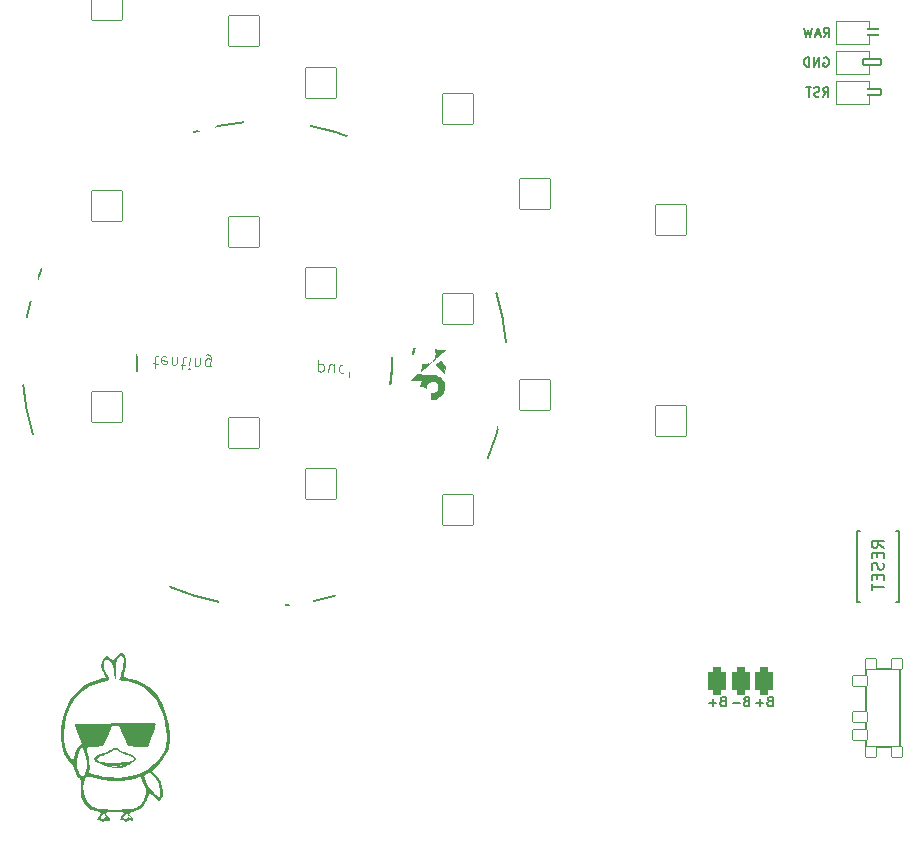
<source format=gbo>
%TF.GenerationSoftware,KiCad,Pcbnew,(6.0.4)*%
%TF.CreationDate,2022-06-21T01:29:20+02:00*%
%TF.ProjectId,battoota,62617474-6f6f-4746-912e-6b696361645f,v1.0.0*%
%TF.SameCoordinates,Original*%
%TF.FileFunction,Legend,Bot*%
%TF.FilePolarity,Positive*%
%FSLAX46Y46*%
G04 Gerber Fmt 4.6, Leading zero omitted, Abs format (unit mm)*
G04 Created by KiCad (PCBNEW (6.0.4)) date 2022-06-21 01:29:20*
%MOMM*%
%LPD*%
G01*
G04 APERTURE LIST*
G04 Aperture macros list*
%AMRoundRect*
0 Rectangle with rounded corners*
0 $1 Rounding radius*
0 $2 $3 $4 $5 $6 $7 $8 $9 X,Y pos of 4 corners*
0 Add a 4 corners polygon primitive as box body*
4,1,4,$2,$3,$4,$5,$6,$7,$8,$9,$2,$3,0*
0 Add four circle primitives for the rounded corners*
1,1,$1+$1,$2,$3*
1,1,$1+$1,$4,$5*
1,1,$1+$1,$6,$7*
1,1,$1+$1,$8,$9*
0 Add four rect primitives between the rounded corners*
20,1,$1+$1,$2,$3,$4,$5,0*
20,1,$1+$1,$4,$5,$6,$7,0*
20,1,$1+$1,$6,$7,$8,$9,0*
20,1,$1+$1,$8,$9,$2,$3,0*%
%AMFreePoly0*
4,1,16,0.685355,0.785355,0.700000,0.750000,0.691603,0.722265,0.210093,0.000000,0.691603,-0.722265,0.699029,-0.759806,0.677735,-0.791603,0.650000,-0.800000,-0.500000,-0.800000,-0.535355,-0.785355,-0.550000,-0.750000,-0.550000,0.750000,-0.535355,0.785355,-0.500000,0.800000,0.650000,0.800000,0.685355,0.785355,0.685355,0.785355,$1*%
%AMFreePoly1*
4,1,16,0.535355,0.785355,0.550000,0.750000,0.550000,-0.750000,0.535355,-0.785355,0.500000,-0.800000,-0.500000,-0.800000,-0.535355,-0.785355,-0.541603,-0.777735,-1.041603,-0.027735,-1.049029,0.009806,-1.041603,0.027735,-0.541603,0.777735,-0.509806,0.799029,-0.500000,0.800000,0.500000,0.800000,0.535355,0.785355,0.535355,0.785355,$1*%
G04 Aperture macros list end*
%ADD10C,0.150000*%
%ADD11C,0.100000*%
%ADD12C,0.120000*%
%ADD13C,0.200000*%
%ADD14C,0.010000*%
%ADD15RoundRect,0.375000X-0.375000X-0.750000X0.375000X-0.750000X0.375000X0.750000X-0.375000X0.750000X0*%
%ADD16C,1.752600*%
%ADD17RoundRect,0.425000X-0.375000X-0.750000X0.375000X-0.750000X0.375000X0.750000X-0.375000X0.750000X0*%
%ADD18C,2.100000*%
%ADD19C,1.801800*%
%ADD20C,3.100000*%
%ADD21C,3.529000*%
%ADD22C,2.132000*%
%ADD23RoundRect,0.050000X-1.253839X-1.344577X1.344577X-1.253839X1.253839X1.344577X-1.344577X1.253839X0*%
%ADD24RoundRect,0.050000X-1.300000X-1.300000X1.300000X-1.300000X1.300000X1.300000X-1.300000X1.300000X0*%
%ADD25RoundRect,0.050000X-1.666227X-0.776974X0.776974X-1.666227X1.666227X0.776974X-0.776974X1.666227X0*%
%ADD26RoundRect,0.050000X-0.450000X0.450000X-0.450000X-0.450000X0.450000X-0.450000X0.450000X0.450000X0*%
%ADD27C,1.100000*%
%ADD28RoundRect,0.050000X-0.625000X0.450000X-0.625000X-0.450000X0.625000X-0.450000X0.625000X0.450000X0*%
%ADD29RoundRect,0.050000X-1.181751X-1.408356X1.408356X-1.181751X1.181751X1.408356X-1.408356X1.181751X0*%
%ADD30RoundRect,0.050000X-1.408356X-1.181751X1.181751X-1.408356X1.408356X1.181751X-1.181751X1.408356X0*%
%ADD31C,1.852600*%
%ADD32FreePoly0,180.000000*%
%ADD33RoundRect,0.050000X-0.762000X0.250000X-0.762000X-0.250000X0.762000X-0.250000X0.762000X0.250000X0*%
%ADD34FreePoly1,180.000000*%
%ADD35C,4.500000*%
G04 APERTURE END LIST*
D10*
%TO.C,PAD1*%
X149309955Y60268523D02*
X149195669Y60230428D01*
X149157574Y60192333D01*
X149119479Y60116142D01*
X149119479Y60001857D01*
X149157574Y59925666D01*
X149195669Y59887571D01*
X149271860Y59849476D01*
X149576621Y59849476D01*
X149576621Y60649476D01*
X149309955Y60649476D01*
X149233764Y60611381D01*
X149195669Y60573285D01*
X149157574Y60497095D01*
X149157574Y60420904D01*
X149195669Y60344714D01*
X149233764Y60306619D01*
X149309955Y60268523D01*
X149576621Y60268523D01*
X148776621Y60154238D02*
X148167098Y60154238D01*
X148471860Y59849476D02*
X148471860Y60459000D01*
X145309955Y60268523D02*
X145195669Y60230428D01*
X145157574Y60192333D01*
X145119479Y60116142D01*
X145119479Y60001857D01*
X145157574Y59925666D01*
X145195669Y59887571D01*
X145271860Y59849476D01*
X145576621Y59849476D01*
X145576621Y60649476D01*
X145309955Y60649476D01*
X145233764Y60611381D01*
X145195669Y60573285D01*
X145157574Y60497095D01*
X145157574Y60420904D01*
X145195669Y60344714D01*
X145233764Y60306619D01*
X145309955Y60268523D01*
X145576621Y60268523D01*
X144776621Y60154238D02*
X144167098Y60154238D01*
X144471860Y59849476D02*
X144471860Y60459000D01*
X147309955Y60268523D02*
X147195669Y60230428D01*
X147157574Y60192333D01*
X147119479Y60116142D01*
X147119479Y60001857D01*
X147157574Y59925666D01*
X147195669Y59887571D01*
X147271860Y59849476D01*
X147576621Y59849476D01*
X147576621Y60649476D01*
X147309955Y60649476D01*
X147233764Y60611381D01*
X147195669Y60573285D01*
X147157574Y60497095D01*
X147157574Y60420904D01*
X147195669Y60344714D01*
X147233764Y60306619D01*
X147309955Y60268523D01*
X147576621Y60268523D01*
X146776621Y60154238D02*
X146167098Y60154238D01*
%TO.C,B1*%
X158948380Y73259380D02*
X158472190Y73592714D01*
X158948380Y73830809D02*
X157948380Y73830809D01*
X157948380Y73449857D01*
X157996000Y73354619D01*
X158043619Y73307000D01*
X158138857Y73259380D01*
X158281714Y73259380D01*
X158376952Y73307000D01*
X158424571Y73354619D01*
X158472190Y73449857D01*
X158472190Y73830809D01*
X158424571Y72830809D02*
X158424571Y72497476D01*
X158948380Y72354619D02*
X158948380Y72830809D01*
X157948380Y72830809D01*
X157948380Y72354619D01*
X158900761Y71973666D02*
X158948380Y71830809D01*
X158948380Y71592714D01*
X158900761Y71497476D01*
X158853142Y71449857D01*
X158757904Y71402238D01*
X158662666Y71402238D01*
X158567428Y71449857D01*
X158519809Y71497476D01*
X158472190Y71592714D01*
X158424571Y71783190D01*
X158376952Y71878428D01*
X158329333Y71926047D01*
X158234095Y71973666D01*
X158138857Y71973666D01*
X158043619Y71926047D01*
X157996000Y71878428D01*
X157948380Y71783190D01*
X157948380Y71545095D01*
X157996000Y71402238D01*
X158424571Y70973666D02*
X158424571Y70640333D01*
X158948380Y70497476D02*
X158948380Y70973666D01*
X157948380Y70973666D01*
X157948380Y70497476D01*
X157948380Y70211761D02*
X157948380Y69640333D01*
X158948380Y69926047D02*
X157948380Y69926047D01*
%TO.C,MCU1*%
X153869584Y116486976D02*
X154136251Y116867928D01*
X154326727Y116486976D02*
X154326727Y117286976D01*
X154021965Y117286976D01*
X153945775Y117248881D01*
X153907680Y117210785D01*
X153869584Y117134595D01*
X153869584Y117020309D01*
X153907680Y116944119D01*
X153945775Y116906023D01*
X154021965Y116867928D01*
X154326727Y116867928D01*
X153564823Y116715547D02*
X153183870Y116715547D01*
X153641013Y116486976D02*
X153374346Y117286976D01*
X153107680Y116486976D01*
X152917204Y117286976D02*
X152726727Y116486976D01*
X152574346Y117058404D01*
X152421965Y116486976D01*
X152231489Y117286976D01*
X153832321Y111449408D02*
X154098987Y111830360D01*
X154289464Y111449408D02*
X154289464Y112249408D01*
X153984702Y112249408D01*
X153908511Y112211313D01*
X153870416Y112173217D01*
X153832321Y112097027D01*
X153832321Y111982741D01*
X153870416Y111906551D01*
X153908511Y111868455D01*
X153984702Y111830360D01*
X154289464Y111830360D01*
X153527559Y111487503D02*
X153413273Y111449408D01*
X153222797Y111449408D01*
X153146606Y111487503D01*
X153108511Y111525598D01*
X153070416Y111601789D01*
X153070416Y111677979D01*
X153108511Y111754170D01*
X153146606Y111792265D01*
X153222797Y111830360D01*
X153375178Y111868455D01*
X153451368Y111906551D01*
X153489464Y111944646D01*
X153527559Y112020836D01*
X153527559Y112097027D01*
X153489464Y112173217D01*
X153451368Y112211313D01*
X153375178Y112249408D01*
X153184702Y112249408D01*
X153070416Y112211313D01*
X152841845Y112249408D02*
X152384702Y112249408D01*
X152613273Y111449408D02*
X152613273Y112249408D01*
X153889464Y114751313D02*
X153965655Y114789408D01*
X154079941Y114789408D01*
X154194226Y114751313D01*
X154270417Y114675122D01*
X154308512Y114598932D01*
X154346607Y114446551D01*
X154346607Y114332265D01*
X154308512Y114179884D01*
X154270417Y114103693D01*
X154194226Y114027503D01*
X154079941Y113989408D01*
X154003750Y113989408D01*
X153889464Y114027503D01*
X153851369Y114065598D01*
X153851369Y114332265D01*
X154003750Y114332265D01*
X153508512Y113989408D02*
X153508512Y114789408D01*
X153051369Y113989408D01*
X153051369Y114789408D01*
X152670417Y113989408D02*
X152670417Y114789408D01*
X152479941Y114789408D01*
X152365655Y114751313D01*
X152289464Y114675122D01*
X152251369Y114598932D01*
X152213274Y114446551D01*
X152213274Y114332265D01*
X152251369Y114179884D01*
X152289464Y114103693D01*
X152365655Y114027503D01*
X152479941Y113989408D01*
X152670417Y113989408D01*
D11*
%TO.C,REF\u002A\u002A*%
X97114988Y88857812D02*
X97495418Y88837875D01*
X97240204Y88517459D02*
X97285063Y89373427D01*
X97337601Y89466043D01*
X97435201Y89508612D01*
X97530309Y89503628D01*
X98241123Y89418691D02*
X98148508Y89471229D01*
X97958293Y89481198D01*
X97860693Y89438629D01*
X97808155Y89346013D01*
X97788217Y88965583D01*
X97830787Y88867983D01*
X97923402Y88815445D01*
X98113617Y88805476D01*
X98211217Y88848046D01*
X98263755Y88940661D01*
X98268740Y89035769D01*
X97798186Y89155798D01*
X98684263Y88775570D02*
X98719153Y89441323D01*
X98689247Y88870678D02*
X98734309Y88820632D01*
X98826924Y88768094D01*
X98969586Y88760617D01*
X99067185Y88803186D01*
X99119723Y88895802D01*
X99147138Y89418893D01*
X99445123Y88735695D02*
X99825554Y88715758D01*
X99570339Y88395342D02*
X99615199Y89251310D01*
X99667737Y89343926D01*
X99765337Y89386495D01*
X99860444Y89381511D01*
X100193321Y89364065D02*
X100158430Y88698312D01*
X100140985Y88365436D02*
X100095923Y88415482D01*
X100145969Y88460543D01*
X100191031Y88410497D01*
X100140985Y88365436D01*
X100145969Y88460543D01*
X100633968Y88673390D02*
X100668859Y89339143D01*
X100638952Y88768498D02*
X100684014Y88718452D01*
X100776629Y88665914D01*
X100919291Y88658437D01*
X101016891Y88701007D01*
X101069429Y88793622D01*
X101096843Y89316714D01*
X101965474Y88603609D02*
X102007841Y89412024D01*
X101965272Y89509623D01*
X101920210Y89559669D01*
X101827595Y89612207D01*
X101684934Y89619684D01*
X101587334Y89577115D01*
X101997873Y89221808D02*
X101905257Y89274347D01*
X101715042Y89284315D01*
X101617442Y89241746D01*
X101567396Y89196684D01*
X101514858Y89104069D01*
X101499905Y88818746D01*
X101542474Y88721146D01*
X101587536Y88671100D01*
X101680151Y88618562D01*
X101870367Y88608594D01*
X101967966Y88651163D01*
X111053188Y88190929D02*
X111105524Y89189559D01*
X111055681Y88238483D02*
X111148296Y88185945D01*
X111338511Y88175976D01*
X111436111Y88218546D01*
X111486157Y88263607D01*
X111538695Y88356223D01*
X111553648Y88641545D01*
X111511079Y88739145D01*
X111466017Y88789191D01*
X111373402Y88841729D01*
X111183187Y88851698D01*
X111085587Y88809129D01*
X112384694Y88121148D02*
X112419585Y88786901D01*
X111956710Y88143578D02*
X111984124Y88666669D01*
X112036663Y88759285D01*
X112134262Y88801854D01*
X112276924Y88794378D01*
X112369539Y88741840D01*
X112414601Y88691794D01*
X113320615Y88691996D02*
X113227999Y88744534D01*
X113037784Y88754503D01*
X112940185Y88711933D01*
X112890139Y88666872D01*
X112837600Y88574256D01*
X112822647Y88288934D01*
X112865217Y88191334D01*
X112910278Y88141288D01*
X113002894Y88088750D01*
X113193109Y88078781D01*
X113290709Y88121350D01*
X113751091Y88717120D02*
X113698755Y87718490D01*
X113826261Y88331705D02*
X114131521Y88697182D01*
X114096631Y88031429D02*
X113736138Y88431797D01*
D10*
%TO.C,B1*%
X160246000Y68680000D02*
X159996000Y68680000D01*
X160246000Y74680000D02*
X160246000Y68680000D01*
X156746000Y74680000D02*
X156996000Y74680000D01*
X156996000Y68680000D02*
X156746000Y68680000D01*
X156746000Y68680000D02*
X156746000Y74680000D01*
X159996000Y74680000D02*
X160246000Y74680000D01*
%TO.C,T2*%
X160354000Y57740000D02*
X160354000Y61640000D01*
X157504000Y56390000D02*
X160354000Y56390000D01*
X160354000Y62990000D02*
X157504000Y62990000D01*
X157504000Y62990000D02*
X157504000Y56390000D01*
X160354000Y59690000D02*
X160354000Y62990000D01*
X160354000Y59690000D02*
X160354000Y56390000D01*
D12*
%TO.C,MCU1*%
X157726477Y114663254D02*
X157726477Y115343254D01*
X157726477Y110803254D02*
X157726477Y111463254D01*
X157726477Y117883254D02*
X154926477Y117883254D01*
X154926477Y117883254D02*
X154926477Y115883254D01*
X157726477Y112138254D02*
X157726477Y112803254D01*
X154926477Y110803254D02*
X157726477Y110803254D01*
X157726477Y115883254D02*
X157726477Y116563254D01*
X154926477Y112803254D02*
X154926477Y110803254D01*
X157726477Y115343254D02*
X154926477Y115343254D01*
X157726477Y112803254D02*
X154926477Y112803254D01*
X157726477Y117213254D02*
X157726477Y117883254D01*
X157726477Y113343254D02*
X157726477Y114013254D01*
X154926477Y115343254D02*
X154926477Y113343254D01*
X154926477Y113343254D02*
X157726477Y113343254D01*
X154926477Y115883254D02*
X157726477Y115883254D01*
D13*
%TO.C,REF\u002A\u002A*%
X117328292Y88267407D02*
G75*
G03*
X117328291Y89397341I-10780107J564962D01*
G01*
X95736708Y89317326D02*
G75*
G03*
X95736708Y88187393I10780126J-564968D01*
G01*
X98540287Y69939442D02*
G75*
G03*
X102631034Y68689772I8007834J18893050D01*
G01*
X95885989Y90521084D02*
G75*
G03*
X95767879Y89397341I10662096J-1688710D01*
G01*
X117210181Y87143664D02*
G75*
G03*
X117328291Y88267407I-10662055J1688704D01*
G01*
X87655155Y96840177D02*
G75*
G03*
X86405483Y92749425I18892944J-8007806D01*
G01*
X114555887Y107725304D02*
G75*
G03*
X110465136Y108974976I-8007802J-18892930D01*
G01*
X95854818Y90441070D02*
G75*
G03*
X95736708Y89317326I10662017J-1688700D01*
G01*
X125441016Y80824575D02*
G75*
G03*
X126690687Y84915323I-18892990J8007822D01*
G01*
X126989787Y90622491D02*
G75*
G03*
X126174562Y94821456I-20441721J-1790122D01*
G01*
X108338202Y68390671D02*
G75*
G03*
X112537168Y69205897I-1790117J20441703D01*
G01*
X86106382Y87042257D02*
G75*
G03*
X86921608Y82843291I20441703J1790117D01*
G01*
X117297120Y88187393D02*
G75*
G03*
X117297120Y89317327I-10780127J564969D01*
G01*
X117179009Y87063649D02*
G75*
G03*
X117297119Y88187393I-10662017J1688701D01*
G01*
X104757968Y109274076D02*
G75*
G03*
X100559000Y108458850I1790117J-20441702D01*
G01*
X95767879Y89397341D02*
G75*
G03*
X95767879Y88267407I10780127J-564969D01*
G01*
G36*
X121831311Y90033574D02*
G01*
X121734407Y89947684D01*
X121719709Y89934654D01*
X121685733Y89904530D01*
X121636738Y89861088D01*
X121574024Y89805478D01*
X121498889Y89738852D01*
X121412631Y89662362D01*
X121316547Y89577159D01*
X121211937Y89484395D01*
X121100101Y89385220D01*
X120982334Y89280786D01*
X120859936Y89172244D01*
X120734206Y89060747D01*
X119830907Y88259700D01*
X119842910Y88547835D01*
X119854913Y88835969D01*
X120698536Y89595805D01*
X119067216Y89681299D01*
X119093199Y90177072D01*
X121831311Y90033574D01*
G37*
D14*
X121831311Y90033574D02*
X121734407Y89947684D01*
X121719709Y89934654D01*
X121685733Y89904530D01*
X121636738Y89861088D01*
X121574024Y89805478D01*
X121498889Y89738852D01*
X121412631Y89662362D01*
X121316547Y89577159D01*
X121211937Y89484395D01*
X121100101Y89385220D01*
X120982334Y89280786D01*
X120859936Y89172244D01*
X120734206Y89060747D01*
X119830907Y88259700D01*
X119842910Y88547835D01*
X119854913Y88835969D01*
X120698536Y89595805D01*
X119067216Y89681299D01*
X119093199Y90177072D01*
X121831311Y90033574D01*
G36*
X120921102Y87875017D02*
G01*
X120949321Y87870922D01*
X120995243Y87859634D01*
X121120263Y87815477D01*
X121243067Y87753800D01*
X121357439Y87678018D01*
X121457171Y87591549D01*
X121465885Y87582687D01*
X121560405Y87469273D01*
X121637880Y87342625D01*
X121696798Y87206181D01*
X121735653Y87063384D01*
X121752932Y86917672D01*
X121752162Y86817329D01*
X121733011Y86669708D01*
X121693296Y86528173D01*
X121634215Y86394846D01*
X121556957Y86271846D01*
X121462720Y86161294D01*
X121352697Y86065307D01*
X121228083Y85986008D01*
X121118314Y85934428D01*
X120976488Y85888642D01*
X120830481Y85864895D01*
X120677673Y85862599D01*
X120588312Y85870848D01*
X120439426Y85901363D01*
X120299889Y85951486D01*
X120171320Y86020119D01*
X120055339Y86106165D01*
X119953568Y86208525D01*
X119867624Y86326104D01*
X119799130Y86457803D01*
X119770191Y86529266D01*
X119744947Y86605830D01*
X119729231Y86678404D01*
X119721313Y86755407D01*
X119719462Y86845262D01*
X119719727Y86863085D01*
X119723834Y86904614D01*
X120237862Y86904614D01*
X120241889Y86803361D01*
X120264652Y86705036D01*
X120305394Y86613142D01*
X120363354Y86531179D01*
X120437773Y86462648D01*
X120465333Y86443410D01*
X120556344Y86394928D01*
X120652905Y86366980D01*
X120759827Y86358004D01*
X120765125Y86358009D01*
X120820578Y86359426D01*
X120863197Y86364560D01*
X120902414Y86375167D01*
X120947655Y86393005D01*
X120987054Y86412457D01*
X121047939Y86450808D01*
X121105834Y86495897D01*
X121154546Y86542735D01*
X121187878Y86586336D01*
X121196489Y86602074D01*
X121215966Y86642015D01*
X121234281Y86684111D01*
X121257354Y86755829D01*
X121271290Y86858941D01*
X121263828Y86961013D01*
X121235807Y87059400D01*
X121188066Y87151457D01*
X121121446Y87234538D01*
X121036787Y87306001D01*
X120984216Y87337450D01*
X120891918Y87372760D01*
X120795056Y87388423D01*
X120696808Y87385255D01*
X120600354Y87364072D01*
X120508873Y87325694D01*
X120425547Y87270937D01*
X120353554Y87200618D01*
X120296075Y87115558D01*
X120289065Y87101903D01*
X120253335Y87005295D01*
X120237862Y86904614D01*
X119723834Y86904614D01*
X119733441Y87001758D01*
X119767903Y87130514D01*
X119823336Y87249992D01*
X119899964Y87360831D01*
X119918405Y87384032D01*
X119936026Y87407988D01*
X119942982Y87420072D01*
X119939005Y87421189D01*
X119915307Y87423882D01*
X119872312Y87427464D01*
X119812381Y87431776D01*
X119737872Y87436658D01*
X119651144Y87441954D01*
X119554558Y87447506D01*
X119450470Y87453153D01*
X118957587Y87479132D01*
X119493485Y87959448D01*
X120184246Y87923159D01*
X120195966Y87922542D01*
X120346220Y87914406D01*
X120483269Y87906559D01*
X120605703Y87899097D01*
X120712112Y87892116D01*
X120801088Y87885711D01*
X120821033Y87884081D01*
X120871221Y87879980D01*
X120921102Y87875017D01*
G37*
X120921102Y87875017D02*
X120949321Y87870922D01*
X120995243Y87859634D01*
X121120263Y87815477D01*
X121243067Y87753800D01*
X121357439Y87678018D01*
X121457171Y87591549D01*
X121465885Y87582687D01*
X121560405Y87469273D01*
X121637880Y87342625D01*
X121696798Y87206181D01*
X121735653Y87063384D01*
X121752932Y86917672D01*
X121752162Y86817329D01*
X121733011Y86669708D01*
X121693296Y86528173D01*
X121634215Y86394846D01*
X121556957Y86271846D01*
X121462720Y86161294D01*
X121352697Y86065307D01*
X121228083Y85986008D01*
X121118314Y85934428D01*
X120976488Y85888642D01*
X120830481Y85864895D01*
X120677673Y85862599D01*
X120588312Y85870848D01*
X120439426Y85901363D01*
X120299889Y85951486D01*
X120171320Y86020119D01*
X120055339Y86106165D01*
X119953568Y86208525D01*
X119867624Y86326104D01*
X119799130Y86457803D01*
X119770191Y86529266D01*
X119744947Y86605830D01*
X119729231Y86678404D01*
X119721313Y86755407D01*
X119719462Y86845262D01*
X119719727Y86863085D01*
X119723834Y86904614D01*
X120237862Y86904614D01*
X120241889Y86803361D01*
X120264652Y86705036D01*
X120305394Y86613142D01*
X120363354Y86531179D01*
X120437773Y86462648D01*
X120465333Y86443410D01*
X120556344Y86394928D01*
X120652905Y86366980D01*
X120759827Y86358004D01*
X120765125Y86358009D01*
X120820578Y86359426D01*
X120863197Y86364560D01*
X120902414Y86375167D01*
X120947655Y86393005D01*
X120987054Y86412457D01*
X121047939Y86450808D01*
X121105834Y86495897D01*
X121154546Y86542735D01*
X121187878Y86586336D01*
X121196489Y86602074D01*
X121215966Y86642015D01*
X121234281Y86684111D01*
X121257354Y86755829D01*
X121271290Y86858941D01*
X121263828Y86961013D01*
X121235807Y87059400D01*
X121188066Y87151457D01*
X121121446Y87234538D01*
X121036787Y87306001D01*
X120984216Y87337450D01*
X120891918Y87372760D01*
X120795056Y87388423D01*
X120696808Y87385255D01*
X120600354Y87364072D01*
X120508873Y87325694D01*
X120425547Y87270937D01*
X120353554Y87200618D01*
X120296075Y87115558D01*
X120289065Y87101903D01*
X120253335Y87005295D01*
X120237862Y86904614D01*
X119723834Y86904614D01*
X119733441Y87001758D01*
X119767903Y87130514D01*
X119823336Y87249992D01*
X119899964Y87360831D01*
X119918405Y87384032D01*
X119936026Y87407988D01*
X119942982Y87420072D01*
X119939005Y87421189D01*
X119915307Y87423882D01*
X119872312Y87427464D01*
X119812381Y87431776D01*
X119737872Y87436658D01*
X119651144Y87441954D01*
X119554558Y87447506D01*
X119450470Y87453153D01*
X118957587Y87479132D01*
X119493485Y87959448D01*
X120184246Y87923159D01*
X120195966Y87922542D01*
X120346220Y87914406D01*
X120483269Y87906559D01*
X120605703Y87899097D01*
X120712112Y87892116D01*
X120801088Y87885711D01*
X120821033Y87884081D01*
X120871221Y87879980D01*
X120921102Y87875017D01*
G36*
X121430149Y89054407D02*
G01*
X121433470Y89051052D01*
X121455502Y89027999D01*
X121489402Y88991829D01*
X121532227Y88945709D01*
X121581038Y88892799D01*
X121632893Y88836265D01*
X121799648Y88653938D01*
X121767199Y88034774D01*
X121735091Y88064797D01*
X121732524Y88067227D01*
X121710409Y88089083D01*
X121676332Y88123671D01*
X121632294Y88168898D01*
X121580293Y88222665D01*
X121522330Y88282877D01*
X121460405Y88347437D01*
X121396516Y88414247D01*
X121332663Y88481214D01*
X121270847Y88546237D01*
X121213065Y88607224D01*
X121161319Y88662074D01*
X121117607Y88708695D01*
X121083929Y88744986D01*
X121062286Y88768854D01*
X121054676Y88778200D01*
X121054886Y88778721D01*
X121065560Y88790408D01*
X121090482Y88814618D01*
X121127039Y88848899D01*
X121172619Y88890795D01*
X121224608Y88937852D01*
X121394159Y89090222D01*
X121430149Y89054407D01*
G37*
X121430149Y89054407D02*
X121433470Y89051052D01*
X121455502Y89027999D01*
X121489402Y88991829D01*
X121532227Y88945709D01*
X121581038Y88892799D01*
X121632893Y88836265D01*
X121799648Y88653938D01*
X121767199Y88034774D01*
X121735091Y88064797D01*
X121732524Y88067227D01*
X121710409Y88089083D01*
X121676332Y88123671D01*
X121632294Y88168898D01*
X121580293Y88222665D01*
X121522330Y88282877D01*
X121460405Y88347437D01*
X121396516Y88414247D01*
X121332663Y88481214D01*
X121270847Y88546237D01*
X121213065Y88607224D01*
X121161319Y88662074D01*
X121117607Y88708695D01*
X121083929Y88744986D01*
X121062286Y88768854D01*
X121054676Y88778200D01*
X121054886Y88778721D01*
X121065560Y88790408D01*
X121090482Y88814618D01*
X121127039Y88848899D01*
X121172619Y88890795D01*
X121224608Y88937852D01*
X121394159Y89090222D01*
X121430149Y89054407D01*
%TO.C,G\u002A\u002A\u002A*%
G36*
X94630151Y54707570D02*
G01*
X94396858Y54643258D01*
X94146747Y54624050D01*
X93810667Y54635225D01*
X93526219Y54656367D01*
X93256312Y54699910D01*
X93120476Y54741218D01*
X93661943Y54741218D01*
X93712212Y54724332D01*
X93895333Y54717727D01*
X94019582Y54720197D01*
X94125956Y54733481D01*
X94085833Y54754419D01*
X93951551Y54768426D01*
X93704833Y54754419D01*
X93661943Y54741218D01*
X93120476Y54741218D01*
X92994058Y54779662D01*
X92876275Y54830486D01*
X94341597Y54830486D01*
X94342908Y54801584D01*
X94452722Y54786018D01*
X94535945Y54799576D01*
X94503875Y54837170D01*
X94454914Y54850698D01*
X94341597Y54830486D01*
X92876275Y54830486D01*
X92687996Y54911729D01*
X92286667Y55112217D01*
X92208282Y55183879D01*
X92132425Y55360900D01*
X92132991Y55368759D01*
X92339283Y55368759D01*
X92397983Y55253540D01*
X92625333Y55143946D01*
X92847118Y55090411D01*
X93223604Y55048327D01*
X93664575Y55034937D01*
X94131166Y55047895D01*
X94584513Y55084850D01*
X94985752Y55143456D01*
X95296017Y55221363D01*
X95476445Y55316223D01*
X95492870Y55337106D01*
X95467648Y55440963D01*
X95285368Y55554542D01*
X94955354Y55671486D01*
X94780003Y55729272D01*
X94492971Y55850367D01*
X94290142Y55968931D01*
X94063133Y56096450D01*
X93778078Y56113650D01*
X93516467Y55966671D01*
X93392165Y55880634D01*
X93135190Y55755590D01*
X92833677Y55645696D01*
X92725675Y55610865D01*
X92448694Y55488302D01*
X92339283Y55368759D01*
X92132991Y55368759D01*
X92140521Y55473243D01*
X92240681Y55587134D01*
X92471092Y55710227D01*
X92577253Y55755334D01*
X92833403Y55842614D01*
X93021004Y55878141D01*
X93048079Y55880318D01*
X93244595Y55951562D01*
X93456560Y56091667D01*
X93505819Y56131487D01*
X93779808Y56277658D01*
X94047205Y56267960D01*
X94345483Y56102867D01*
X94364727Y56089006D01*
X94645319Y55941058D01*
X94941455Y55852737D01*
X95061155Y55830092D01*
X95379092Y55717187D01*
X95594233Y55556210D01*
X95673333Y55369127D01*
X95669109Y55337106D01*
X95668339Y55331266D01*
X95588156Y55214183D01*
X95392697Y55076498D01*
X95059500Y54901081D01*
X94915777Y54831706D01*
X94841849Y54799576D01*
X94689770Y54733481D01*
X94630151Y54707570D01*
G37*
G36*
X97799442Y51985333D02*
G01*
X97620028Y51773667D01*
X97429847Y51994905D01*
X97238073Y52186204D01*
X97023991Y52353234D01*
X96808316Y52490324D01*
X96707046Y52111686D01*
X96629659Y51887333D01*
X96366231Y51462822D01*
X95994214Y51144981D01*
X95540861Y50960708D01*
X95290623Y50892245D01*
X95117737Y50798440D01*
X95105769Y50691711D01*
X95250000Y50565649D01*
X95352742Y50466672D01*
X95378027Y50400075D01*
X95419333Y50291283D01*
X95407101Y50168285D01*
X95337061Y50132079D01*
X95168231Y50205783D01*
X95044914Y50243962D01*
X94964787Y50163450D01*
X94913787Y50081950D01*
X94793044Y50046823D01*
X94691542Y50155644D01*
X94639140Y50215602D01*
X94482532Y50230436D01*
X94399061Y50222079D01*
X94322767Y50286006D01*
X94347863Y50399653D01*
X94516775Y50399653D01*
X94588529Y50406426D01*
X94675489Y50412391D01*
X94770055Y50308474D01*
X94782357Y50267625D01*
X94819397Y50234979D01*
X94870367Y50357285D01*
X94882796Y50393841D01*
X94950581Y50494172D01*
X95050721Y50451053D01*
X95122415Y50405425D01*
X95216964Y50400075D01*
X95205574Y50453346D01*
X95087918Y50542119D01*
X94978257Y50630734D01*
X94904649Y50781812D01*
X94890157Y50872713D01*
X94852119Y50800000D01*
X94777115Y50677619D01*
X94625970Y50516952D01*
X94578370Y50474588D01*
X94516775Y50399653D01*
X94347863Y50399653D01*
X94352613Y50421165D01*
X94488000Y50588333D01*
X94600721Y50708613D01*
X94657333Y50813122D01*
X94638058Y50829097D01*
X94491057Y50857605D01*
X94230892Y50877310D01*
X93895333Y50884667D01*
X93500743Y50875436D01*
X93243987Y50841712D01*
X93133063Y50776462D01*
X93156460Y50672668D01*
X93302667Y50523312D01*
X93412249Y50398914D01*
X93435969Y50339995D01*
X93472000Y50250496D01*
X93416192Y50147763D01*
X93289393Y50129312D01*
X93172536Y50212400D01*
X93114992Y50241809D01*
X93003905Y50148900D01*
X92993052Y50134460D01*
X92887871Y50046615D01*
X92783433Y50101500D01*
X92715286Y50151084D01*
X92523733Y50207333D01*
X92469490Y50213637D01*
X92380726Y50295190D01*
X92401931Y50411615D01*
X92582325Y50411615D01*
X92641196Y50409547D01*
X92727380Y50413538D01*
X92813434Y50308474D01*
X92825393Y50257281D01*
X92862678Y50220838D01*
X92937544Y50330334D01*
X92972231Y50386915D01*
X93058980Y50448307D01*
X93188640Y50375229D01*
X93250894Y50330200D01*
X93265299Y50339995D01*
X93165277Y50463896D01*
X93025462Y50647764D01*
X92939127Y50800000D01*
X92938865Y50800718D01*
X92900071Y50877530D01*
X92886018Y50789160D01*
X92832576Y50660603D01*
X92688833Y50509234D01*
X92669500Y50494616D01*
X92582325Y50411615D01*
X92401931Y50411615D01*
X92405276Y50429982D01*
X92540667Y50565649D01*
X92631006Y50631564D01*
X92701167Y50756732D01*
X92606699Y50856951D01*
X92350167Y50927352D01*
X92337828Y50929377D01*
X91861255Y51091629D01*
X91460784Y51391861D01*
X91171089Y51804285D01*
X91087814Y51998086D01*
X91023345Y52239840D01*
X90993408Y52536258D01*
X90988903Y52944280D01*
X90988860Y52981843D01*
X91209666Y52981843D01*
X91243855Y52458080D01*
X91403259Y51986486D01*
X91675834Y51597674D01*
X92049535Y51322256D01*
X92087740Y51303624D01*
X92276097Y51225150D01*
X92480546Y51170693D01*
X92739395Y51134516D01*
X93090955Y51110884D01*
X93573535Y51094059D01*
X94144697Y51085675D01*
X94763194Y51103676D01*
X95251581Y51160229D01*
X95630819Y51261432D01*
X95921870Y51413383D01*
X96145694Y51622178D01*
X96323254Y51893915D01*
X96424529Y52130475D01*
X96506471Y52510221D01*
X96495436Y52859890D01*
X96388576Y53125717D01*
X96373639Y53146821D01*
X96266099Y53356554D01*
X96176048Y53613628D01*
X96118673Y53792155D01*
X96046930Y53880658D01*
X95944947Y53858602D01*
X95924596Y53849158D01*
X95746335Y53789770D01*
X95464680Y53713483D01*
X95130784Y53634382D01*
X95065628Y53620603D01*
X94366584Y53533659D01*
X93602673Y53530520D01*
X92846225Y53608041D01*
X92169571Y53763080D01*
X91877909Y53846803D01*
X91618710Y53880246D01*
X91452449Y53816468D01*
X91344247Y53638916D01*
X91259226Y53331036D01*
X91209666Y52981843D01*
X90988860Y52981843D01*
X90988570Y53237704D01*
X90973264Y53515229D01*
X90937135Y53672581D01*
X90876186Y53737889D01*
X90832845Y53765392D01*
X90703348Y53921409D01*
X90570098Y54152370D01*
X90466010Y54396190D01*
X90424000Y54590787D01*
X90417492Y54631718D01*
X90326503Y54805426D01*
X90162447Y54996326D01*
X90006162Y55166417D01*
X90623034Y55166417D01*
X90677891Y54610457D01*
X90712798Y54490235D01*
X90833625Y54214049D01*
X90973471Y54018144D01*
X91171612Y53832000D01*
X91324621Y54065520D01*
X91331980Y54077211D01*
X91424587Y54337259D01*
X91472045Y54698011D01*
X91473874Y55100552D01*
X91429593Y55485965D01*
X91338723Y55795333D01*
X91324513Y55826852D01*
X91220312Y56070303D01*
X91146909Y56261000D01*
X91133108Y56298654D01*
X91086548Y56353984D01*
X91015508Y56294714D01*
X90892074Y56103603D01*
X90715494Y55709602D01*
X90623034Y55166417D01*
X90006162Y55166417D01*
X89931662Y55247498D01*
X89586687Y55808695D01*
X89368912Y56467274D01*
X89280310Y57211605D01*
X89291634Y57429453D01*
X89577333Y57429453D01*
X89591598Y56996053D01*
X89672256Y56449611D01*
X89836742Y55973902D01*
X90099358Y55516515D01*
X90311877Y55203765D01*
X90454579Y55717039D01*
X90512624Y55897483D01*
X90660243Y56225386D01*
X90822024Y56455054D01*
X91046766Y56679797D01*
X90767747Y57469373D01*
X90690937Y57692082D01*
X90594480Y57991971D01*
X90535123Y58204433D01*
X90523469Y58293691D01*
X90533327Y58296156D01*
X90669931Y58305891D01*
X90952109Y58317554D01*
X91361589Y58330639D01*
X91880102Y58344643D01*
X92489378Y58359060D01*
X93171145Y58373386D01*
X93907135Y58387118D01*
X94795177Y58401149D01*
X95579608Y58409805D01*
X96208620Y58411980D01*
X96689312Y58407606D01*
X97028786Y58396614D01*
X97234143Y58378938D01*
X97312483Y58354508D01*
X97307050Y58248229D01*
X97249196Y58017387D01*
X97148276Y57697411D01*
X97014266Y57322808D01*
X96659625Y56382404D01*
X95807568Y56406369D01*
X94955512Y56430333D01*
X94261764Y58123667D01*
X93601220Y58123667D01*
X93254393Y57277000D01*
X92907567Y56430333D01*
X92164569Y56405736D01*
X92121125Y56404380D01*
X91791435Y56396045D01*
X91586381Y56374134D01*
X91487795Y56308177D01*
X91477510Y56167705D01*
X91537359Y55922247D01*
X91649173Y55541333D01*
X91717659Y55233477D01*
X91720290Y55100552D01*
X91729460Y54637344D01*
X91676032Y54199020D01*
X92256516Y54013069D01*
X92381603Y53976360D01*
X92909152Y53870313D01*
X93513967Y53806463D01*
X94136441Y53787253D01*
X94716969Y53815128D01*
X95195943Y53892532D01*
X95246688Y53909326D01*
X96351494Y53909326D01*
X96390368Y53730301D01*
X96518490Y53441811D01*
X96708946Y53115634D01*
X96933603Y52799169D01*
X97164329Y52539817D01*
X97196620Y52510221D01*
X97369582Y52351693D01*
X97543381Y52209176D01*
X97635814Y52154667D01*
X97659990Y52167971D01*
X97696983Y52296558D01*
X97704551Y52522068D01*
X97685264Y52795410D01*
X97641694Y53067490D01*
X97576409Y53289213D01*
X97523846Y53397075D01*
X97350897Y53671777D01*
X97145022Y53932562D01*
X96977735Y54111678D01*
X96854785Y54204283D01*
X96744974Y54207257D01*
X96596613Y54140169D01*
X96584045Y54133534D01*
X96419054Y54015990D01*
X96351494Y53909326D01*
X95246688Y53909326D01*
X95885072Y54120600D01*
X96577636Y54472478D01*
X97178727Y54912535D01*
X97663451Y55422255D01*
X98006911Y55983122D01*
X98086050Y56163499D01*
X98172071Y56405438D01*
X98220933Y56648424D01*
X98242355Y56948489D01*
X98246059Y57361667D01*
X98233847Y57779333D01*
X98144551Y58506649D01*
X97955106Y59186223D01*
X97649351Y59886437D01*
X97444161Y60251778D01*
X96969924Y60864119D01*
X96392712Y61346115D01*
X95704860Y61703495D01*
X94898703Y61941985D01*
X94848022Y61952616D01*
X94556096Y62016566D01*
X94344460Y62067479D01*
X94255967Y62095145D01*
X94253630Y62102716D01*
X94279213Y62214187D01*
X94350757Y62407500D01*
X94426846Y62619207D01*
X94524172Y62978858D01*
X94595789Y63347712D01*
X94631429Y63669494D01*
X94620827Y63887926D01*
X94559249Y64018007D01*
X94397400Y64092667D01*
X94368545Y64090770D01*
X94202876Y63985839D01*
X94080976Y63726886D01*
X94005724Y63322946D01*
X93980000Y62783053D01*
X93973060Y62468386D01*
X93951015Y62210475D01*
X93920090Y62080986D01*
X93886732Y62089934D01*
X93857386Y62247336D01*
X93838501Y62563209D01*
X93811962Y62865990D01*
X93708895Y63278090D01*
X93543192Y63593086D01*
X93329296Y63776561D01*
X93236143Y63809953D01*
X93059528Y63789447D01*
X92955656Y63620138D01*
X92921667Y63298676D01*
X92969683Y62962479D01*
X93147334Y62640621D01*
X93284157Y62452524D01*
X93395912Y62237979D01*
X93371634Y62097781D01*
X93200337Y62003552D01*
X92871037Y61926916D01*
X92514894Y61842944D01*
X91790956Y61553262D01*
X91153053Y61128956D01*
X90610423Y60582637D01*
X90172300Y59926916D01*
X89847920Y59174405D01*
X89646519Y58337713D01*
X89577333Y57429453D01*
X89291634Y57429453D01*
X89322854Y58030057D01*
X89498516Y58910998D01*
X89714637Y59564422D01*
X90100594Y60336015D01*
X90591518Y60989912D01*
X91178665Y61516989D01*
X91853291Y61908122D01*
X92606652Y62154187D01*
X92820479Y62201611D01*
X93026705Y62250687D01*
X93116352Y62276777D01*
X93113828Y62297299D01*
X93049179Y62420230D01*
X92925852Y62612889D01*
X92787409Y62875491D01*
X92704290Y63251560D01*
X92747669Y63602480D01*
X92917818Y63884849D01*
X93037321Y63996981D01*
X93184764Y64076560D01*
X93334198Y64037237D01*
X93544308Y63878407D01*
X93798941Y63664147D01*
X93910637Y63896498D01*
X94042017Y64082620D01*
X94249381Y64256116D01*
X94383944Y64323239D01*
X94511315Y64328022D01*
X94651548Y64224903D01*
X94749675Y64085694D01*
X94821521Y63771329D01*
X94805796Y63344949D01*
X94701780Y62826604D01*
X94654589Y62630014D01*
X94618996Y62419930D01*
X94623079Y62320699D01*
X94692549Y62291120D01*
X94889183Y62236755D01*
X95159750Y62176064D01*
X95646798Y62044555D01*
X96358391Y61718224D01*
X96980856Y61258241D01*
X97507025Y60675014D01*
X97929730Y59978953D01*
X98241804Y59180466D01*
X98436078Y58289961D01*
X98502260Y57361667D01*
X98505384Y57317846D01*
X98505914Y57062525D01*
X98499961Y56708150D01*
X98478003Y56449785D01*
X98431675Y56240285D01*
X98352614Y56032507D01*
X98232459Y55779309D01*
X97973312Y55341863D01*
X97496756Y54796888D01*
X97038261Y54377850D01*
X97294885Y54134092D01*
X97535219Y53850123D01*
X97752833Y53458525D01*
X97897385Y53036541D01*
X97959553Y52623879D01*
X97951282Y52522068D01*
X97930013Y52260241D01*
X97799442Y51985333D01*
G37*
%TD*%
D15*
%TO.C,PAD1*%
X148871860Y62011381D03*
X146871860Y62011381D03*
X144871860Y62011381D03*
%TD*%
D16*
%TO.C,MCU1*%
X159385000Y114343254D03*
X159385000Y111803254D03*
X144145000Y111803254D03*
X144145000Y116967000D03*
X159385000Y116883254D03*
X144145000Y114343254D03*
X144145000Y109263254D03*
X144145000Y106723254D03*
X144145000Y104183254D03*
X144145000Y101643254D03*
X144145000Y99103254D03*
X144145000Y96563254D03*
X144145000Y94023254D03*
X144145000Y91483254D03*
X144145000Y88943254D03*
X159385000Y109263254D03*
X159385000Y106723254D03*
X159385000Y104183254D03*
X159385000Y101643254D03*
X159385000Y99103254D03*
X159385000Y96563254D03*
X159385000Y94023254D03*
X159385000Y91483254D03*
X159385000Y88943254D03*
%TD*%
%LPC*%
D17*
%TO.C,PAD1*%
X148871860Y62011381D03*
X146871860Y62011381D03*
X144871860Y62011381D03*
%TD*%
D18*
%TO.C,B1*%
X158496000Y74930000D03*
X158496000Y68430000D03*
%TD*%
D19*
%TO.C,S11*%
X71773275Y108266500D03*
D20*
X77062273Y114404822D03*
D21*
X77269925Y108458447D03*
D20*
X82136006Y112380659D03*
X72142098Y112031664D03*
D19*
X82766575Y108650394D03*
D22*
X72405589Y104486264D03*
X82399497Y104835259D03*
D23*
X73789267Y114290527D03*
D22*
X77475832Y102562041D03*
D23*
X85409011Y112494955D03*
%TD*%
D21*
%TO.C,S15*%
X96495817Y96246989D03*
D20*
X96495817Y102196989D03*
D19*
X90995817Y96246989D03*
D20*
X101495817Y99996988D03*
X91495817Y99996988D03*
D19*
X101995817Y96246989D03*
D22*
X91495817Y92446989D03*
X101495817Y92446989D03*
D24*
X93220816Y102196989D03*
X104770817Y99996988D03*
D22*
X96495817Y90346989D03*
%TD*%
D20*
%TO.C,S21*%
X114611087Y95636017D03*
D19*
X109111087Y89686017D03*
X120111087Y89686017D03*
D20*
X109611087Y93436016D03*
X119611087Y93436016D03*
D21*
X114611087Y89686017D03*
D22*
X109611087Y85886017D03*
X119611087Y85886017D03*
D24*
X111336086Y95636017D03*
D22*
X114611087Y83786017D03*
D24*
X122886087Y93436016D03*
%TD*%
D19*
%TO.C,S29*%
X138218280Y97278852D03*
D20*
X137718280Y101028851D03*
X127718280Y101028851D03*
D19*
X127218280Y97278852D03*
D21*
X132718280Y97278852D03*
D20*
X132718280Y103228852D03*
D24*
X129443279Y103228852D03*
D22*
X127718280Y93478852D03*
X137718280Y93478852D03*
X132718280Y91378852D03*
D24*
X140993280Y101028851D03*
%TD*%
D20*
%TO.C,S33*%
X148480391Y49902477D03*
D19*
X147667662Y46207620D03*
D20*
X144534373Y53679902D03*
D19*
X137331044Y49969842D03*
D20*
X139083465Y53322678D03*
D21*
X142499353Y48088731D03*
D25*
X141456879Y54800018D03*
D22*
X145898140Y42807798D03*
X136501213Y46228000D03*
D25*
X151557885Y48782361D03*
D22*
X140481434Y42544545D03*
%TD*%
D21*
%TO.C,S7*%
X78456509Y74479159D03*
D20*
X78248857Y80425534D03*
X73328682Y78052376D03*
X83322590Y78401371D03*
D19*
X72959859Y74287212D03*
X83953159Y74671106D03*
D23*
X74975851Y80311239D03*
D22*
X83586081Y70855971D03*
X73592173Y70506976D03*
D23*
X86595595Y78515667D03*
D22*
X78662416Y68582753D03*
%TD*%
D26*
%TO.C,T2*%
X160104000Y55990000D03*
X160104000Y63390000D03*
X157904000Y55990000D03*
X157904000Y63390000D03*
D27*
X159004000Y61190000D03*
X159004000Y58190000D03*
D28*
X156929000Y61940000D03*
X156929000Y58940000D03*
X156929000Y57440000D03*
%TD*%
D19*
%TO.C,S5*%
X52940861Y93963998D03*
D21*
X58419932Y94443355D03*
D19*
X63899003Y94922712D03*
D20*
X57901355Y100370713D03*
X63074072Y98614863D03*
X53112125Y97743305D03*
D22*
X53770150Y90222036D03*
D29*
X54638817Y100085278D03*
D22*
X63732097Y91093594D03*
X58934151Y88565806D03*
D29*
X66336609Y98900298D03*
%TD*%
D21*
%TO.C,S27*%
X132718280Y80278852D03*
D19*
X127218280Y80278852D03*
D20*
X127718280Y84028851D03*
D19*
X138218280Y80278852D03*
D20*
X137718280Y84028851D03*
X132718280Y86228852D03*
D22*
X137718280Y76478852D03*
D24*
X129443279Y86228852D03*
D22*
X127718280Y76478852D03*
X132718280Y74378852D03*
D24*
X140993280Y84028851D03*
%TD*%
D19*
%TO.C,S9*%
X83359867Y91660750D03*
D20*
X82729298Y95391015D03*
D21*
X77863217Y91468803D03*
D20*
X72735390Y95042020D03*
X77655565Y97415178D03*
D19*
X72366567Y91276856D03*
D22*
X72998881Y87496620D03*
D23*
X74382559Y97300883D03*
D22*
X82992789Y87845615D03*
D23*
X86002303Y95505311D03*
D22*
X78069124Y85572397D03*
%TD*%
D19*
%TO.C,S13*%
X90995817Y79246989D03*
D21*
X96495817Y79246989D03*
D20*
X96495817Y85196989D03*
X91495817Y82996988D03*
D19*
X101995817Y79246989D03*
D20*
X101495817Y82996988D03*
D22*
X91495817Y75446989D03*
D24*
X93220816Y85196989D03*
D22*
X101495817Y75446989D03*
X96495817Y73346989D03*
D24*
X104770817Y82996988D03*
%TD*%
D19*
%TO.C,S17*%
X101995818Y113246989D03*
D20*
X91495818Y116996988D03*
X96495818Y119196989D03*
D21*
X96495818Y113246989D03*
D19*
X90995818Y113246989D03*
D20*
X101495818Y116996988D03*
D24*
X93220817Y119196989D03*
D22*
X91495818Y109446989D03*
X101495818Y109446989D03*
D24*
X104770818Y116996988D03*
D22*
X96495818Y107346989D03*
%TD*%
D19*
%TO.C,S31*%
X128389091Y51952225D03*
D20*
X118255880Y56603090D03*
D19*
X117430949Y52910939D03*
D20*
X128217827Y55731532D03*
X123428597Y58358940D03*
D21*
X122910020Y52431582D03*
D30*
X120166058Y58644376D03*
D22*
X127559802Y48210263D03*
X117597855Y49081821D03*
X122395801Y46554033D03*
D30*
X131480365Y55446097D03*
%TD*%
D31*
%TO.C,MCU1*%
X159385000Y114343254D03*
D32*
X157051477Y114343254D03*
D31*
X159385000Y111803254D03*
D33*
X158001477Y116883254D03*
D31*
X144145000Y111803254D03*
D33*
X158001477Y114343254D03*
X158001477Y111803254D03*
D32*
X157051477Y111803254D03*
X157051477Y116883254D03*
D31*
X144145000Y116967000D03*
X159385000Y116883254D03*
X144145000Y114343254D03*
D34*
X155601477Y116883254D03*
X155601477Y114343254D03*
X155601477Y111803254D03*
D31*
X144145000Y109263254D03*
X144145000Y106723254D03*
X144145000Y104183254D03*
X144145000Y101643254D03*
X144145000Y99103254D03*
X144145000Y96563254D03*
X144145000Y94023254D03*
X144145000Y91483254D03*
X144145000Y88943254D03*
X159385000Y109263254D03*
X159385000Y106723254D03*
X159385000Y104183254D03*
X159385000Y101643254D03*
X159385000Y99103254D03*
X159385000Y96563254D03*
X159385000Y94023254D03*
X159385000Y91483254D03*
X159385000Y88943254D03*
%TD*%
D19*
%TO.C,S3*%
X65380650Y77987400D03*
D20*
X54593772Y80807993D03*
X59383002Y83435401D03*
X64555719Y81679551D03*
D19*
X54422508Y77028686D03*
D21*
X59901579Y77508043D03*
D22*
X55251797Y73286724D03*
X65213744Y74158282D03*
D29*
X56120464Y83149966D03*
X67818256Y81964986D03*
D22*
X60415798Y71630494D03*
%TD*%
D35*
%TO.C,REF\u002A\u002A*%
X105551085Y69808481D03*
X125571978Y87835374D03*
X87524192Y89829374D03*
%TD*%
D20*
%TO.C,S23*%
X119611087Y110436016D03*
X109611087Y110436016D03*
X114611087Y112636017D03*
D19*
X109111087Y106686017D03*
D21*
X114611087Y106686017D03*
D19*
X120111087Y106686017D03*
D22*
X109611087Y102886017D03*
X119611087Y102886017D03*
D24*
X111336086Y112636017D03*
D22*
X114611087Y100786017D03*
D24*
X122886087Y110436016D03*
%TD*%
D20*
%TO.C,S19*%
X109611087Y76436016D03*
D19*
X120111087Y72686017D03*
X109111087Y72686017D03*
D21*
X114611087Y72686017D03*
D20*
X114611087Y78636017D03*
X119611087Y76436016D03*
D22*
X109611087Y68886017D03*
X119611087Y68886017D03*
D24*
X111336086Y78636017D03*
X122886087Y76436016D03*
D22*
X114611087Y66786017D03*
%TD*%
M02*

</source>
